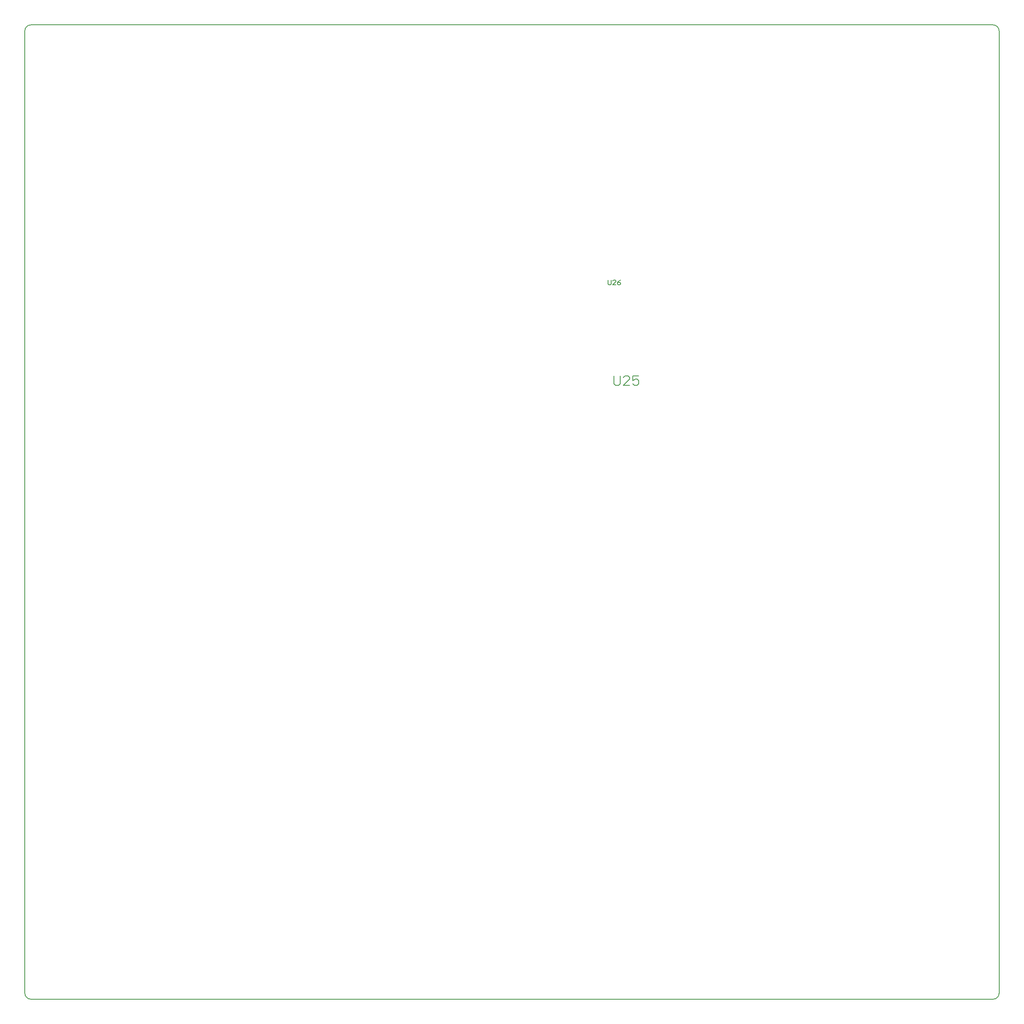
<source format=gm1>
G04 Layer_Color=16711935*
%FSLAX25Y25*%
%MOIN*%
G70*
G01*
G75*
%ADD43C,0.00787*%
%ADD46C,0.00600*%
D43*
X408386Y-413386D02*
G03*
X413386Y-408386I0J5000D01*
G01*
Y408386D02*
G03*
X408386Y413386I-5000J0D01*
G01*
X-408386D02*
G03*
X-413386Y408386I0J-5000D01*
G01*
Y-408386D02*
G03*
X-408386Y-413386I5000J0D01*
G01*
X408386D01*
X-413386Y-408386D02*
Y408386D01*
X-408386Y413386D02*
X408386D01*
X413386Y-408386D02*
Y408386D01*
X86642Y115372D02*
Y108812D01*
X87954Y107500D01*
X90578D01*
X91889Y108812D01*
Y115372D01*
X99761Y107500D02*
X94513D01*
X99761Y112748D01*
Y114060D01*
X98449Y115372D01*
X95825D01*
X94513Y114060D01*
X107632Y115372D02*
X102385D01*
Y111436D01*
X105008Y112748D01*
X106320D01*
X107632Y111436D01*
Y108812D01*
X106320Y107500D01*
X103697D01*
X102385Y108812D01*
X408386Y-413386D02*
G03*
X413386Y-408386I0J5000D01*
G01*
Y408386D02*
G03*
X408386Y413386I-5000J0D01*
G01*
X-408386D02*
G03*
X-413386Y408386I0J-5000D01*
G01*
Y-408386D02*
G03*
X-408386Y-413386I5000J0D01*
G01*
X408386D01*
X-413386Y-408386D02*
Y408386D01*
X-408386Y413386D02*
X408386D01*
X413386Y-408386D02*
Y408386D01*
X86642Y115372D02*
Y108812D01*
X87954Y107500D01*
X90578D01*
X91889Y108812D01*
Y115372D01*
X99761Y107500D02*
X94513D01*
X99761Y112748D01*
Y114060D01*
X98449Y115372D01*
X95825D01*
X94513Y114060D01*
X107632Y115372D02*
X102385D01*
Y111436D01*
X105008Y112748D01*
X106320D01*
X107632Y111436D01*
Y108812D01*
X106320Y107500D01*
X103697D01*
X102385Y108812D01*
D46*
X81500Y196999D02*
Y193667D01*
X82166Y193000D01*
X83499D01*
X84166Y193667D01*
Y196999D01*
X88165Y193000D02*
X85499D01*
X88165Y195666D01*
Y196332D01*
X87498Y196999D01*
X86165D01*
X85499Y196332D01*
X92163Y196999D02*
X90830Y196332D01*
X89497Y194999D01*
Y193667D01*
X90164Y193000D01*
X91497D01*
X92163Y193667D01*
Y194333D01*
X91497Y194999D01*
X89497D01*
X81500Y196999D02*
Y193667D01*
X82166Y193000D01*
X83499D01*
X84166Y193667D01*
Y196999D01*
X88165Y193000D02*
X85499D01*
X88165Y195666D01*
Y196332D01*
X87498Y196999D01*
X86165D01*
X85499Y196332D01*
X92163Y196999D02*
X90830Y196332D01*
X89497Y194999D01*
Y193667D01*
X90164Y193000D01*
X91497D01*
X92163Y193667D01*
Y194333D01*
X91497Y194999D01*
X89497D01*
M02*

</source>
